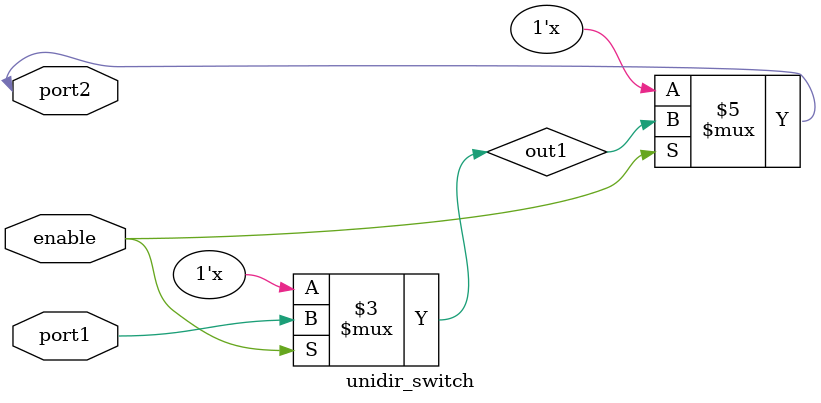
<source format=v>
module unidir_switch(port1,port2,enable);
inout  port1,port2;
//input  dir;
input enable; //two bit vector whose bit 0 gives you direction of data flow
						//if enable_dir[0]==1  data flows from port1 to port2
						//if enable_dir[0]==0  data flows from port2 to port1
						// if enable_dir[1]==1  switch is turned on else if  enable_dir[1]==1  switch is turned off
reg out1;

always@(*) 
begin
 
 out1=(enable==1'b1 )? port1:1'bz;  //register holds value from either from wire 1 or wire 2 depending on data-flow direction
 end

assign port2= (enable==1'b1 )?  out1: 1'bz;  //port2 gets value from port1 
//assign port1=(enable_dir[1]==1'b1 )? ((enable_dir[0]==1'b0)? out1: 1'bz): 1'bz;  //port1 gets value from port2
endmodule

</source>
